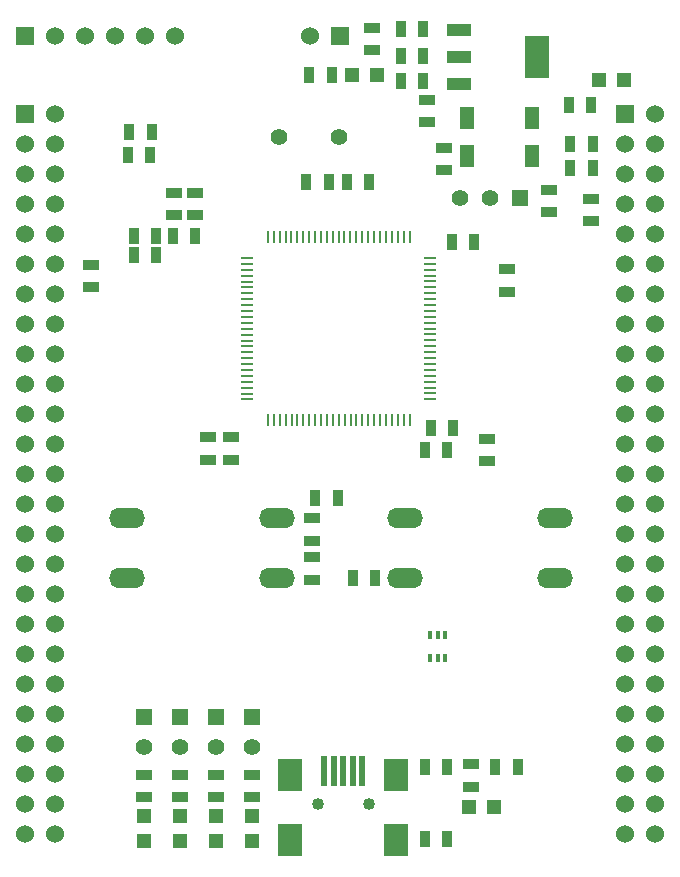
<source format=gts>
G04 (created by PCBNEW (2013-07-07 BZR 4022)-stable) date 10/02/2014 08:40:50*
%MOIN*%
G04 Gerber Fmt 3.4, Leading zero omitted, Abs format*
%FSLAX34Y34*%
G01*
G70*
G90*
G04 APERTURE LIST*
%ADD10C,0.00590551*%
%ADD11R,0.055X0.035*%
%ADD12R,0.035X0.055*%
%ADD13R,0.0472X0.0472*%
%ADD14R,0.02X0.1*%
%ADD15R,0.0787402X0.11*%
%ADD16C,0.04*%
%ADD17R,0.055X0.055*%
%ADD18C,0.055*%
%ADD19R,0.06X0.06*%
%ADD20C,0.06*%
%ADD21O,0.12X0.068*%
%ADD22R,0.04X0.01*%
%ADD23R,0.01X0.04*%
%ADD24R,0.08X0.144*%
%ADD25R,0.08X0.04*%
%ADD26C,0.056*%
%ADD27R,0.015X0.03*%
%ADD28R,0.0511811X0.0748031*%
G04 APERTURE END LIST*
G54D10*
G54D11*
X51400Y-47625D03*
X51400Y-48375D03*
G54D12*
X46725Y-39050D03*
X47475Y-39050D03*
X46125Y-39050D03*
X45375Y-39050D03*
G54D11*
X45550Y-52325D03*
X45550Y-51575D03*
G54D12*
X39625Y-40850D03*
X40375Y-40850D03*
X39625Y-41500D03*
X40375Y-41500D03*
G54D11*
X40950Y-39425D03*
X40950Y-40175D03*
X41650Y-39425D03*
X41650Y-40175D03*
X49400Y-37075D03*
X49400Y-36325D03*
G54D12*
X40225Y-37400D03*
X39475Y-37400D03*
X45475Y-35500D03*
X46225Y-35500D03*
G54D11*
X42850Y-48325D03*
X42850Y-47575D03*
G54D12*
X50275Y-47250D03*
X49525Y-47250D03*
X50975Y-41050D03*
X50225Y-41050D03*
G54D11*
X42100Y-47575D03*
X42100Y-48325D03*
X54850Y-40375D03*
X54850Y-39625D03*
G54D12*
X49325Y-48000D03*
X50075Y-48000D03*
X48525Y-35700D03*
X49275Y-35700D03*
X49275Y-34850D03*
X48525Y-34850D03*
G54D13*
X39950Y-60187D03*
X39950Y-61013D03*
X41150Y-60187D03*
X41150Y-61013D03*
X42350Y-60187D03*
X42350Y-61013D03*
X43550Y-60187D03*
X43550Y-61013D03*
G54D12*
X48525Y-33950D03*
X49275Y-33950D03*
X51675Y-58550D03*
X52425Y-58550D03*
G54D13*
X46887Y-35500D03*
X47713Y-35500D03*
X50787Y-59900D03*
X51613Y-59900D03*
G54D12*
X54175Y-38600D03*
X54925Y-38600D03*
X54175Y-37800D03*
X54925Y-37800D03*
G54D13*
X55137Y-35650D03*
X55963Y-35650D03*
G54D12*
X40175Y-38150D03*
X39425Y-38150D03*
G54D14*
X45970Y-58700D03*
X46285Y-58700D03*
X46600Y-58700D03*
X46914Y-58700D03*
X47229Y-58700D03*
G54D15*
X44828Y-60981D03*
X48371Y-60981D03*
X44828Y-58815D03*
X48371Y-58815D03*
G54D16*
X45750Y-59800D03*
X47450Y-59800D03*
G54D17*
X39950Y-56900D03*
G54D18*
X39950Y-57900D03*
G54D17*
X41150Y-56900D03*
G54D18*
X41150Y-57900D03*
G54D17*
X42350Y-56900D03*
G54D18*
X42350Y-57900D03*
G54D17*
X43550Y-56900D03*
G54D18*
X43550Y-57900D03*
G54D17*
X52500Y-39600D03*
G54D18*
X51500Y-39600D03*
X50500Y-39600D03*
G54D19*
X36000Y-36800D03*
G54D20*
X37000Y-36800D03*
X36000Y-37800D03*
X37000Y-37800D03*
X36000Y-38800D03*
X37000Y-38800D03*
X36000Y-39800D03*
X37000Y-39800D03*
X36000Y-40800D03*
X37000Y-40800D03*
X36000Y-41800D03*
X37000Y-41800D03*
X36000Y-42800D03*
X37000Y-42800D03*
X36000Y-43800D03*
X37000Y-43800D03*
X36000Y-44800D03*
X37000Y-44800D03*
X36000Y-45800D03*
X37000Y-45800D03*
X36000Y-46800D03*
X37000Y-46800D03*
X36000Y-47800D03*
X37000Y-47800D03*
X36000Y-48800D03*
X37000Y-48800D03*
X36000Y-49800D03*
X37000Y-49800D03*
X36000Y-50800D03*
X37000Y-50800D03*
X36000Y-51800D03*
X37000Y-51800D03*
X36000Y-52800D03*
X37000Y-52800D03*
X36000Y-53800D03*
X37000Y-53800D03*
X36000Y-54800D03*
X37000Y-54800D03*
X36000Y-55800D03*
X37000Y-55800D03*
X36000Y-56800D03*
X37000Y-56800D03*
X36000Y-57800D03*
X37000Y-57800D03*
X36000Y-58800D03*
X37000Y-58800D03*
X36000Y-59800D03*
X37000Y-59800D03*
X36000Y-60800D03*
X37000Y-60800D03*
G54D19*
X56000Y-36800D03*
G54D20*
X57000Y-36800D03*
X56000Y-37800D03*
X57000Y-37800D03*
X56000Y-38800D03*
X57000Y-38800D03*
X56000Y-39800D03*
X57000Y-39800D03*
X56000Y-40800D03*
X57000Y-40800D03*
X56000Y-41800D03*
X57000Y-41800D03*
X56000Y-42800D03*
X57000Y-42800D03*
X56000Y-43800D03*
X57000Y-43800D03*
X56000Y-44800D03*
X57000Y-44800D03*
X56000Y-45800D03*
X57000Y-45800D03*
X56000Y-46800D03*
X57000Y-46800D03*
X56000Y-47800D03*
X57000Y-47800D03*
X56000Y-48800D03*
X57000Y-48800D03*
X56000Y-49800D03*
X57000Y-49800D03*
X56000Y-50800D03*
X57000Y-50800D03*
X56000Y-51800D03*
X57000Y-51800D03*
X56000Y-52800D03*
X57000Y-52800D03*
X56000Y-53800D03*
X57000Y-53800D03*
X56000Y-54800D03*
X57000Y-54800D03*
X56000Y-55800D03*
X57000Y-55800D03*
X56000Y-56800D03*
X57000Y-56800D03*
X56000Y-57800D03*
X57000Y-57800D03*
X56000Y-58800D03*
X57000Y-58800D03*
X56000Y-59800D03*
X57000Y-59800D03*
X56000Y-60800D03*
X57000Y-60800D03*
G54D19*
X46500Y-34200D03*
G54D20*
X45500Y-34200D03*
G54D19*
X36000Y-34200D03*
G54D20*
X37000Y-34200D03*
X38000Y-34200D03*
X39000Y-34200D03*
X40000Y-34200D03*
X41000Y-34200D03*
G54D12*
X45675Y-49600D03*
X46425Y-49600D03*
G54D11*
X45550Y-51025D03*
X45550Y-50275D03*
G54D12*
X46925Y-52250D03*
X47675Y-52250D03*
G54D11*
X52050Y-41975D03*
X52050Y-42725D03*
X38200Y-41825D03*
X38200Y-42575D03*
X39950Y-59575D03*
X39950Y-58825D03*
X41150Y-59575D03*
X41150Y-58825D03*
X42350Y-59575D03*
X42350Y-58825D03*
X43550Y-59575D03*
X43550Y-58825D03*
G54D12*
X41675Y-40850D03*
X40925Y-40850D03*
G54D11*
X47550Y-34675D03*
X47550Y-33925D03*
X50850Y-59225D03*
X50850Y-58475D03*
G54D12*
X54875Y-36500D03*
X54125Y-36500D03*
G54D21*
X53650Y-50250D03*
X53650Y-52250D03*
X48650Y-50250D03*
X48650Y-52250D03*
X44400Y-50250D03*
X44400Y-52250D03*
X39400Y-50250D03*
X39400Y-52250D03*
G54D22*
X49500Y-41590D03*
X49500Y-46310D03*
X49500Y-46110D03*
X49500Y-45920D03*
X49500Y-45720D03*
X49500Y-45520D03*
X49500Y-45330D03*
X49500Y-45130D03*
X49500Y-44930D03*
X49500Y-44740D03*
X49500Y-44540D03*
X49500Y-44340D03*
X49500Y-44140D03*
X49500Y-43950D03*
X49500Y-43750D03*
X49500Y-43550D03*
X49500Y-43360D03*
X49500Y-43160D03*
X49500Y-42960D03*
X49500Y-42770D03*
X49500Y-42570D03*
X49500Y-42370D03*
X49500Y-42180D03*
X49500Y-41980D03*
X49500Y-41780D03*
G54D23*
X48810Y-47000D03*
X44090Y-47000D03*
X44290Y-47000D03*
X44480Y-47000D03*
X44680Y-47000D03*
X44880Y-47000D03*
X45070Y-47000D03*
X45270Y-47000D03*
X45470Y-47000D03*
X45660Y-47000D03*
X45860Y-47000D03*
X46060Y-47000D03*
X46260Y-47000D03*
X46450Y-47000D03*
X46650Y-47000D03*
X46850Y-47000D03*
X47040Y-47000D03*
X47240Y-47000D03*
X47440Y-47000D03*
X47630Y-47000D03*
X47830Y-47000D03*
X48030Y-47000D03*
X48220Y-47000D03*
X48420Y-47000D03*
X48620Y-47000D03*
X48810Y-40900D03*
X48610Y-40900D03*
X48420Y-40900D03*
X48220Y-40900D03*
X48020Y-40900D03*
X47830Y-40900D03*
X47630Y-40900D03*
X47430Y-40900D03*
X47240Y-40900D03*
X47040Y-40900D03*
X46840Y-40900D03*
X46640Y-40900D03*
X46450Y-40900D03*
X46250Y-40900D03*
X46050Y-40900D03*
X45860Y-40900D03*
X45660Y-40900D03*
X45460Y-40900D03*
X45270Y-40900D03*
X45070Y-40900D03*
X44870Y-40900D03*
X44680Y-40900D03*
X44480Y-40900D03*
X44280Y-40900D03*
X44090Y-40900D03*
G54D22*
X43400Y-41590D03*
X43400Y-41790D03*
X43400Y-41980D03*
X43400Y-42180D03*
X43400Y-42380D03*
X43400Y-42570D03*
X43400Y-42770D03*
X43400Y-42970D03*
X43400Y-43160D03*
X43400Y-43360D03*
X43400Y-43560D03*
X43400Y-43760D03*
X43400Y-43950D03*
X43400Y-44150D03*
X43400Y-44350D03*
X43400Y-44540D03*
X43400Y-44740D03*
X43400Y-44940D03*
X43400Y-45130D03*
X43400Y-45330D03*
X43400Y-45530D03*
X43400Y-45720D03*
X43400Y-45920D03*
X43400Y-46120D03*
X43400Y-46310D03*
G54D24*
X53050Y-34900D03*
G54D25*
X50450Y-34900D03*
X50450Y-35800D03*
X50450Y-34000D03*
G54D26*
X44450Y-37550D03*
X46450Y-37550D03*
G54D12*
X49325Y-58550D03*
X50075Y-58550D03*
X49325Y-60950D03*
X50075Y-60950D03*
G54D27*
X50006Y-54156D03*
X49750Y-54944D03*
X49494Y-54156D03*
X49750Y-54156D03*
X49494Y-54944D03*
X50006Y-54944D03*
G54D11*
X53450Y-40075D03*
X53450Y-39325D03*
X49950Y-38675D03*
X49950Y-37925D03*
G54D28*
X50717Y-38179D03*
X52882Y-38179D03*
X52882Y-36920D03*
X50717Y-36920D03*
M02*

</source>
